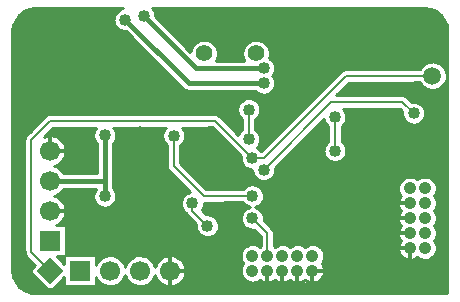
<source format=gbr>
G04 DipTrace Beta 2.9.0.0*
G04 Bottom.gbr*
%MOIN*%
G04 #@! TF.FileFunction,Copper,L2,Bot*
G04 #@! TF.Part,Single*
%AMOUTLINE0*5,1,4,0,0,0.088583,-2E-6.0*%
G04 #@! TA.AperFunction,Conductor,NotC*
%ADD13C,0.015*%
%ADD14C,0.008*%
G04 #@! TA.AperFunction,CopperBalancing*
%ADD15C,0.01*%
%ADD16C,0.012008*%
G04 #@! TA.AperFunction,ComponentPad*
%ADD22C,0.055118*%
%ADD23C,0.042*%
%ADD24R,0.066929X0.066929*%
%ADD25C,0.066929*%
%ADD30C,0.059055*%
G04 #@! TA.AperFunction,ViaPad*
%ADD31C,0.04*%
G04 #@! TA.AperFunction,ComponentPad*
%ADD67OUTLINE0*%
%FSLAX26Y26*%
G04*
G70*
G90*
G75*
G01*
G04 Bottom*
%LPD*%
X350000Y500000D2*
D14*
Y612500D1*
X-416929Y551820D2*
D13*
Y400000D1*
Y348180D1*
X-600000Y400000D2*
X-416929D1*
Y348180D2*
D3*
X112500Y775000D2*
X-112500D1*
X-287500Y950000D1*
X112500Y725000D2*
X-137500D1*
X-350000Y937500D1*
X75000Y475000D2*
D14*
X112500D1*
X387500Y750000D1*
X675000D1*
X75000Y475000D2*
X-50000Y600000D1*
X-600000D1*
X-662500Y537500D1*
Y162500D1*
X-600000Y100000D1*
X112500Y437500D2*
X337500Y662500D1*
X575000D1*
X612500Y625000D1*
X75000Y350000D2*
X-87500D1*
X-187500Y450000D1*
Y550000D1*
X-75000Y250000D2*
X-125000Y300000D1*
Y325000D1*
X75000Y275000D2*
X125000Y225000D1*
Y150000D1*
X62500Y637500D2*
Y537962D1*
D31*
X350000Y500000D3*
Y612500D3*
X-416929Y551820D3*
Y348180D3*
D3*
X112500Y775000D3*
X-287500Y950000D3*
X112500Y725000D3*
X-350000Y937500D3*
X75000Y475000D3*
D3*
X112500Y437500D3*
X612500Y625000D3*
X75000Y350000D3*
X-187500Y550000D3*
X-75000Y250000D3*
X-125000Y325000D3*
X75000Y275000D3*
X62500Y637500D3*
Y537962D3*
X-100000Y537500D3*
X-600000Y662500D3*
X350000Y262500D3*
X-350000Y875000D3*
X-87500Y906251D3*
X150000Y350000D3*
X312533Y800084D3*
X-600000Y925000D3*
X475000Y700000D3*
X675000Y950000D3*
X187500Y625000D3*
X-300000Y562500D3*
Y662500D3*
X-685484Y965131D2*
D15*
X-377641D1*
X-251266D2*
X685484D1*
X-698766Y955262D2*
X-384984D1*
X-248453D2*
X698766D1*
X-707672Y945394D2*
X-388578D1*
X-245328D2*
X707672D1*
X-714547Y935525D2*
X-389359D1*
X-235484D2*
X714547D1*
X-718609Y925656D2*
X-387484D1*
X-225484D2*
X718609D1*
X-721734Y915787D2*
X-382641D1*
X-215641D2*
X721734D1*
X-722984Y905919D2*
X-372797D1*
X-205797D2*
X722984D1*
X-723922Y896050D2*
X-346234D1*
X-195953D2*
X723922D1*
X-723922Y886181D2*
X-336234D1*
X-186109D2*
X723922D1*
X-723922Y876312D2*
X-326391D1*
X-176266D2*
X723922D1*
X-723922Y866444D2*
X-316547D1*
X-166266D2*
X-107016D1*
X-65172D2*
X66266D1*
X107953D2*
X723922D1*
X-723922Y856575D2*
X-306703D1*
X-156422D2*
X-120453D1*
X-51734D2*
X52672D1*
X121547D2*
X723922D1*
X-723922Y846706D2*
X-296859D1*
X-146578D2*
X-127641D1*
X-44547D2*
X45641D1*
X128578D2*
X723922D1*
X-723922Y836837D2*
X-287016D1*
X-136734D2*
X-131604D1*
X-40641D2*
X41734D1*
X132484D2*
X723922D1*
X-723922Y826969D2*
X-277016D1*
X-39234D2*
X40172D1*
X134047D2*
X723922D1*
X-723922Y817100D2*
X-267172D1*
X-39859D2*
X40797D1*
X133422D2*
X723922D1*
X-723922Y807231D2*
X-257328D1*
X-42828D2*
X43766D1*
X134359D2*
X723922D1*
X-723922Y797362D2*
X-247484D1*
X144672D2*
X666734D1*
X683266D2*
X723922D1*
X-723922Y787493D2*
X-237641D1*
X149828D2*
X644234D1*
X705766D2*
X723922D1*
X-723922Y777625D2*
X-227797D1*
X151859D2*
X634859D1*
X715141D2*
X723922D1*
X-723922Y767756D2*
X-217797D1*
X151234D2*
X372828D1*
X-723922Y757887D2*
X-207953D1*
X147797D2*
X362672D1*
X-723922Y748018D2*
X-198109D1*
X144203D2*
X352828D1*
X-723922Y738150D2*
X-188266D1*
X149516D2*
X342984D1*
X-723922Y728281D2*
X-178422D1*
X151703D2*
X333141D1*
X718734D2*
X723886D1*
X-723922Y718412D2*
X-168578D1*
X151391D2*
X323297D1*
X388578D2*
X637984D1*
X712016D2*
X723922D1*
X-723922Y708543D2*
X-158734D1*
X148109D2*
X313453D1*
X378734D2*
X650016D1*
X699984D2*
X723922D1*
X-723922Y698675D2*
X83609D1*
X141391D2*
X303453D1*
X368891D2*
X723922D1*
X-723922Y688806D2*
X98766D1*
X126234D2*
X293609D1*
X359047D2*
X723922D1*
X-723922Y678937D2*
X283766D1*
X591234D2*
X723922D1*
X-723922Y669068D2*
X39703D1*
X85297D2*
X273922D1*
X601078D2*
X723922D1*
X-723922Y659199D2*
X29859D1*
X95141D2*
X264078D1*
X630922D2*
X723922D1*
X-723922Y649331D2*
X25016D1*
X99984D2*
X254234D1*
X643266D2*
X723922D1*
X-723922Y639462D2*
X23141D1*
X101859D2*
X244234D1*
X378266D2*
X565328D1*
X649047D2*
X723922D1*
X-723922Y629593D2*
X23922D1*
X101078D2*
X234391D1*
X385453D2*
X573453D1*
X651547D2*
X723922D1*
X-723922Y619724D2*
X-611547D1*
X-38453D2*
X27516D1*
X97484D2*
X224547D1*
X388734D2*
X573453D1*
X651547D2*
X723922D1*
X-723922Y609856D2*
X-622797D1*
X-27203D2*
X34859D1*
X90141D2*
X214703D1*
X389359D2*
X576266D1*
X648734D2*
X723922D1*
X-723922Y599987D2*
X-632641D1*
X-17359D2*
X39078D1*
X85922D2*
X204859D1*
X307641D2*
X312824D1*
X387328D2*
X582359D1*
X642641D2*
X723922D1*
X-723922Y590118D2*
X-642484D1*
X-7516D2*
X39078D1*
X85922D2*
X195016D1*
X297797D2*
X317828D1*
X382172D2*
X595484D1*
X629516D2*
X723922D1*
X-723922Y580249D2*
X-652484D1*
X2484D2*
X39078D1*
X85922D2*
X185016D1*
X287953D2*
X326578D1*
X373422D2*
X723922D1*
X-723922Y570381D2*
X-662328D1*
X-596891D2*
X-451547D1*
X-382359D2*
X-221078D1*
X-153922D2*
X-53109D1*
X12328D2*
X39078D1*
X85922D2*
X175172D1*
X278109D2*
X326578D1*
X373422D2*
X723922D1*
X-723922Y560512D2*
X-672172D1*
X-606891D2*
X-455297D1*
X-378609D2*
X-225453D1*
X-149547D2*
X-43109D1*
X22172D2*
X30484D1*
X94516D2*
X165328D1*
X268109D2*
X326578D1*
X373422D2*
X723922D1*
X-723922Y550643D2*
X-681703D1*
X-587828D2*
X-456234D1*
X-377516D2*
X-226859D1*
X-148141D2*
X-33266D1*
X99672D2*
X155484D1*
X258266D2*
X326578D1*
X373422D2*
X723922D1*
X-723922Y540774D2*
X-685609D1*
X-566891D2*
X-454672D1*
X-379234D2*
X-225766D1*
X-149234D2*
X-23422D1*
X101859D2*
X145641D1*
X248422D2*
X326578D1*
X373422D2*
X723922D1*
X-723922Y530906D2*
X-685922D1*
X-557359D2*
X-450141D1*
X-383766D2*
X-221859D1*
X-153141D2*
X-13578D1*
X101234D2*
X135797D1*
X238578D2*
X326266D1*
X373734D2*
X723922D1*
X-723922Y521037D2*
X-685922D1*
X-551578D2*
X-443891D1*
X-390016D2*
X-213734D1*
X-161266D2*
X-3734D1*
X97953D2*
X125797D1*
X228734D2*
X316891D1*
X383109D2*
X723922D1*
X-723922Y511168D2*
X-685922D1*
X-548297D2*
X-443891D1*
X-390016D2*
X-210922D1*
X-164078D2*
X6109D1*
X90922D2*
X115953D1*
X218891D2*
X312203D1*
X387797D2*
X723922D1*
X-723922Y501299D2*
X-685922D1*
X-547203D2*
X-443891D1*
X-390016D2*
X-210922D1*
X-164078D2*
X16109D1*
X208891D2*
X310641D1*
X389359D2*
X723922D1*
X-723922Y491430D2*
X-685922D1*
X-547828D2*
X-443891D1*
X-390016D2*
X-210922D1*
X-164078D2*
X25953D1*
X199047D2*
X311578D1*
X388422D2*
X723922D1*
X-723922Y481562D2*
X-685922D1*
X-550484D2*
X-443891D1*
X-390016D2*
X-210922D1*
X-164078D2*
X35797D1*
X189203D2*
X315328D1*
X384672D2*
X723922D1*
X-723922Y471693D2*
X-685922D1*
X-555484D2*
X-443891D1*
X-390016D2*
X-210922D1*
X-164078D2*
X35797D1*
X179359D2*
X323141D1*
X376859D2*
X723922D1*
X-723922Y461824D2*
X-685922D1*
X-563922D2*
X-443891D1*
X-390016D2*
X-210922D1*
X-164078D2*
X37984D1*
X169516D2*
X344859D1*
X355000D2*
X723922D1*
X-723922Y451955D2*
X-685922D1*
X-579547D2*
X-443891D1*
X-390016D2*
X-210922D1*
X-156734D2*
X43297D1*
X159672D2*
X723922D1*
X-723922Y442087D2*
X-685922D1*
X-568766D2*
X-443891D1*
X-390016D2*
X-209516D1*
X-146891D2*
X54234D1*
X151547D2*
X723922D1*
X-723922Y432218D2*
X-685922D1*
X-558297D2*
X-443891D1*
X-390016D2*
X-202328D1*
X-137047D2*
X73453D1*
X151547D2*
X723922D1*
X-723922Y422349D2*
X-685922D1*
X-390016D2*
X-192484D1*
X-127203D2*
X76266D1*
X148734D2*
X723922D1*
X-723922Y412480D2*
X-685922D1*
X-390016D2*
X-182641D1*
X-117359D2*
X82359D1*
X142641D2*
X586891D1*
X613109D2*
X636891D1*
X663109D2*
X723922D1*
X-723922Y402612D2*
X-685922D1*
X-390016D2*
X-172797D1*
X-107516D2*
X95484D1*
X129516D2*
X570953D1*
X679047D2*
X723922D1*
X-723922Y392743D2*
X-685922D1*
X-390016D2*
X-162953D1*
X-97516D2*
X563766D1*
X686234D2*
X723922D1*
X-723922Y382874D2*
X-685922D1*
X-390016D2*
X-153109D1*
X-87672D2*
X54234D1*
X95766D2*
X560328D1*
X689672D2*
X723922D1*
X-723922Y373005D2*
X-685922D1*
X-554703D2*
X-447172D1*
X-386578D2*
X-143109D1*
X-77828D2*
X43297D1*
X106703D2*
X559703D1*
X690297D2*
X723922D1*
X-723922Y363136D2*
X-685922D1*
X-562516D2*
X-453266D1*
X-380641D2*
X-133266D1*
X112016D2*
X561422D1*
X688578D2*
X723922D1*
X-723922Y353268D2*
X-685922D1*
X-576578D2*
X-455922D1*
X-377828D2*
X-152016D1*
X114203D2*
X566109D1*
X683891D2*
X723922D1*
X-723922Y343399D2*
X-685922D1*
X-570641D2*
X-456078D1*
X-377828D2*
X-159672D1*
X113891D2*
X564234D1*
X685766D2*
X723922D1*
X-723922Y333530D2*
X-685922D1*
X-559391D2*
X-453422D1*
X-380484D2*
X-163422D1*
X110609D2*
X560484D1*
X689516D2*
X723922D1*
X-723922Y323661D2*
X-685922D1*
X-552828D2*
X-447484D1*
X-386422D2*
X-164359D1*
X-85641D2*
X46109D1*
X103891D2*
X559703D1*
X690297D2*
X723922D1*
X-723922Y313793D2*
X-685922D1*
X-549078D2*
X-434984D1*
X-398922D2*
X-162797D1*
X-87203D2*
X61266D1*
X88734D2*
X561266D1*
X688734D2*
X723922D1*
X-723922Y303924D2*
X-685922D1*
X-547359D2*
X-158109D1*
X-91891D2*
X48766D1*
X101234D2*
X565797D1*
X684203D2*
X723922D1*
X-723922Y294055D2*
X-685922D1*
X-547516D2*
X-148734D1*
X-86422D2*
X40641D1*
X109359D2*
X564547D1*
X685453D2*
X723922D1*
X-723922Y284186D2*
X-685922D1*
X-549547D2*
X-141859D1*
X-56578D2*
X36734D1*
X113266D2*
X560641D1*
X689359D2*
X723922D1*
X-723922Y274318D2*
X-685922D1*
X-553922D2*
X-132016D1*
X-44234D2*
X35641D1*
X114359D2*
X559547D1*
X690453D2*
X723922D1*
X-723922Y264449D2*
X-685922D1*
X-561266D2*
X-122172D1*
X-38453D2*
X37047D1*
X118266D2*
X561109D1*
X688891D2*
X723922D1*
X-723922Y254580D2*
X-685922D1*
X-573922D2*
X-114047D1*
X-35953D2*
X41422D1*
X128109D2*
X565328D1*
X684672D2*
X723922D1*
X-723922Y244711D2*
X-685922D1*
X-547203D2*
X-114047D1*
X-35953D2*
X50484D1*
X137953D2*
X564859D1*
X685141D2*
X723922D1*
X-723922Y234843D2*
X-685922D1*
X-547203D2*
X-111234D1*
X-38766D2*
X82516D1*
X146078D2*
X560797D1*
X689203D2*
X723922D1*
X-723922Y224974D2*
X-685922D1*
X-547203D2*
X-105141D1*
X-44859D2*
X92359D1*
X148422D2*
X559547D1*
X690453D2*
X723922D1*
X-723922Y215105D2*
X-685922D1*
X-547203D2*
X-92016D1*
X-57984D2*
X101578D1*
X148422D2*
X560797D1*
X689203D2*
X723922D1*
X-723922Y205236D2*
X-685922D1*
X-547203D2*
X101578D1*
X148422D2*
X564859D1*
X685141D2*
X723922D1*
X-723922Y195367D2*
X-685922D1*
X-547203D2*
X101578D1*
X148422D2*
X565328D1*
X684672D2*
X723922D1*
X-723922Y185499D2*
X-685922D1*
X-547203D2*
X56891D1*
X93109D2*
X101578D1*
X148422D2*
X156891D1*
X193109D2*
X206891D1*
X243109D2*
X256891D1*
X293109D2*
X561109D1*
X688891D2*
X723922D1*
X-723922Y175630D2*
X-685922D1*
X-547203D2*
X44078D1*
X305922D2*
X559547D1*
X690453D2*
X723922D1*
X-723922Y165761D2*
X-685922D1*
X-547203D2*
X37828D1*
X312172D2*
X560641D1*
X689359D2*
X723922D1*
X-723922Y155892D2*
X-684828D1*
X-547203D2*
X35016D1*
X314984D2*
X564547D1*
X685453D2*
X723922D1*
X-723922Y146024D2*
X-678734D1*
X-574703D2*
X-552797D1*
X-447203D2*
X-424828D1*
X-375172D2*
X-324828D1*
X-275172D2*
X-224828D1*
X-175172D2*
X34859D1*
X315141D2*
X572359D1*
X677641D2*
X723922D1*
X-723922Y136155D2*
X-668891D1*
X-564859D2*
X-552797D1*
X-447203D2*
X-438109D1*
X-361891D2*
X-338109D1*
X-261891D2*
X-238109D1*
X-161891D2*
X37047D1*
X312953D2*
X592516D1*
X607484D2*
X642516D1*
X657484D2*
X723922D1*
X-723922Y126286D2*
X-658891D1*
X-354234D2*
X-345766D1*
X-254234D2*
X-245766D1*
X-154234D2*
X42516D1*
X307484D2*
X723922D1*
X-723922Y116417D2*
X-654828D1*
X-149859D2*
X38141D1*
X311859D2*
X723922D1*
X-723922Y106549D2*
X-662484D1*
X-147516D2*
X35172D1*
X314828D2*
X723922D1*
X-723297Y96680D2*
X-663422D1*
X-147203D2*
X34703D1*
X315297D2*
X723922D1*
X-722047Y86811D2*
X-658109D1*
X-148922D2*
X36891D1*
X313109D2*
X723922D1*
X-719703Y76942D2*
X-648266D1*
X-352516D2*
X-347464D1*
X-252516D2*
X-247464D1*
X-152516D2*
X42047D1*
X307953D2*
X723922D1*
X-715641Y67073D2*
X-638422D1*
X-561578D2*
X-552797D1*
X-447203D2*
X-441128D1*
X-358922D2*
X-341078D1*
X-258922D2*
X-241078D1*
X-158922D2*
X52359D1*
X297641D2*
X723922D1*
X-709547Y57205D2*
X-628578D1*
X-571422D2*
X-552797D1*
X-447203D2*
X-430297D1*
X-369703D2*
X-330297D1*
X-269703D2*
X-230297D1*
X-169703D2*
X723922D1*
X-702047Y47336D2*
X-618578D1*
X-581422D2*
X723922D1*
X-689234Y37467D2*
X-603422D1*
X-596667D2*
X723922D1*
X-667047Y27598D2*
X723922D1*
X132786Y820030D2*
X131974Y815098D1*
X130108Y808980D1*
X135033Y806084D1*
X138879Y802894D1*
X142278Y799232D1*
X145173Y795160D1*
X147514Y790746D1*
X149263Y786066D1*
X150389Y781198D1*
X150892Y775000D1*
X150567Y770014D1*
X149597Y765113D1*
X147999Y760379D1*
X145799Y755892D1*
X141498Y749963D1*
X145173Y745160D1*
X147514Y740746D1*
X149263Y736066D1*
X150389Y731198D1*
X150892Y725000D1*
X150567Y720014D1*
X149597Y715113D1*
X147999Y710379D1*
X145799Y705892D1*
X143036Y701730D1*
X139755Y697961D1*
X136013Y694651D1*
X131873Y691854D1*
X127404Y689619D1*
X122683Y687983D1*
X117789Y686974D1*
X112806Y686609D1*
X107818Y686894D1*
X102909Y687825D1*
X98162Y689386D1*
X93659Y691549D1*
X89474Y694279D1*
X84322Y699039D1*
X-87500Y699108D1*
X-137500D1*
X-142469Y699589D1*
X-147253Y701015D1*
X-151675Y703332D1*
X-155809Y706691D1*
X-348164Y899047D1*
X-354682Y899394D1*
X-359591Y900325D1*
X-364338Y901886D1*
X-368841Y904049D1*
X-373026Y906779D1*
X-376821Y910030D1*
X-380161Y913746D1*
X-382990Y917864D1*
X-385261Y922314D1*
X-386935Y927022D1*
X-387983Y931908D1*
X-388387Y936888D1*
X-388142Y941878D1*
X-387250Y946794D1*
X-385728Y951553D1*
X-383600Y956074D1*
X-380903Y960280D1*
X-377683Y964101D1*
X-373994Y967471D1*
X-369899Y970333D1*
X-365466Y972639D1*
X-357876Y974995D1*
X-648317Y975000D1*
X-669406Y972230D1*
X-687395Y964764D1*
X-702884Y952879D1*
X-714766Y937390D1*
X-722238Y919353D1*
X-724997Y898371D1*
X-725000Y101682D1*
X-722230Y80594D1*
X-714764Y62605D1*
X-702879Y47117D1*
X-687390Y35232D1*
X-669353Y27762D1*
X-648372Y25001D1*
X724903Y25000D1*
X725000Y120000D1*
Y898343D1*
X722230Y919406D1*
X714765Y937395D1*
X702880Y952882D1*
X687391Y964767D1*
X669354Y972236D1*
X648373Y974997D1*
X-258341Y975000D1*
X-254827Y970160D1*
X-252486Y965746D1*
X-250737Y961066D1*
X-249611Y956198D1*
X-249108Y950000D1*
X-249220Y948286D1*
X-131637Y830754D1*
X-130847Y835565D1*
X-129437Y840360D1*
X-127515Y844973D1*
X-125104Y849350D1*
X-122231Y853439D1*
X-118931Y857192D1*
X-115243Y860565D1*
X-111211Y863517D1*
X-106882Y866014D1*
X-102307Y868026D1*
X-97541Y869529D1*
X-92640Y870506D1*
X-87662Y870945D1*
X-82665Y870841D1*
X-77710Y870194D1*
X-72854Y869014D1*
X-68154Y867312D1*
X-63668Y865111D1*
X-59447Y862436D1*
X-55541Y859317D1*
X-51998Y855794D1*
X-48858Y851906D1*
X-46158Y847700D1*
X-43931Y843226D1*
X-42204Y838537D1*
X-40996Y833687D1*
X-40171Y825020D1*
X-40443Y820030D1*
X-41255Y815098D1*
X-42597Y810285D1*
X-44455Y805645D1*
X-47069Y800848D1*
X47969Y800892D1*
X45173Y806227D1*
X43381Y810892D1*
X42105Y815724D1*
X41362Y820666D1*
X41160Y825660D1*
X41501Y830646D1*
X42381Y835565D1*
X43791Y840360D1*
X45713Y844973D1*
X48125Y849350D1*
X50998Y853439D1*
X54297Y857192D1*
X57985Y860565D1*
X62018Y863517D1*
X66347Y866014D1*
X70921Y868026D1*
X75687Y869529D1*
X80589Y870506D1*
X85567Y870945D1*
X90563Y870841D1*
X95519Y870194D1*
X100375Y869014D1*
X105074Y867312D1*
X109560Y865111D1*
X113781Y862436D1*
X117687Y859317D1*
X121231Y855794D1*
X124371Y851906D1*
X127070Y847700D1*
X129297Y843226D1*
X131024Y838537D1*
X132233Y833687D1*
X133057Y825020D1*
X132786Y820030D1*
X569583Y350082D2*
X567555Y352660D1*
X564988Y356946D1*
X562985Y361524D1*
X561577Y366318D1*
X560787Y371252D1*
X560628Y376246D1*
X561102Y381220D1*
X562202Y386094D1*
X563911Y390789D1*
X566200Y395231D1*
X569033Y399347D1*
X572364Y403071D1*
X576140Y406344D1*
X580299Y409112D1*
X584776Y411331D1*
X589498Y412966D1*
X594388Y413990D1*
X599369Y414387D1*
X604360Y414150D1*
X609281Y413283D1*
X614052Y411800D1*
X618598Y409725D1*
X624905Y405418D1*
X630299Y409112D1*
X634776Y411331D1*
X639498Y412966D1*
X644388Y413990D1*
X649369Y414387D1*
X654360Y414150D1*
X659281Y413283D1*
X664052Y411800D1*
X668598Y409725D1*
X672844Y407092D1*
X676723Y403942D1*
X680172Y400326D1*
X683135Y396303D1*
X685565Y391937D1*
X687423Y387299D1*
X688679Y382463D1*
X689392Y375000D1*
X689075Y370013D1*
X688130Y365107D1*
X686571Y360360D1*
X684423Y355848D1*
X680417Y350090D1*
X683135Y346303D1*
X685565Y341937D1*
X687423Y337299D1*
X688679Y332463D1*
X689392Y325000D1*
X689075Y320013D1*
X688130Y315107D1*
X686571Y310360D1*
X684423Y305848D1*
X680417Y300090D1*
X683135Y296303D1*
X685565Y291937D1*
X687423Y287299D1*
X688679Y282463D1*
X689392Y275000D1*
X689075Y270013D1*
X688130Y265107D1*
X686571Y260360D1*
X684423Y255848D1*
X680417Y250090D1*
X683135Y246303D1*
X685565Y241937D1*
X687423Y237299D1*
X688679Y232463D1*
X689392Y225000D1*
X689075Y220013D1*
X688130Y215107D1*
X686571Y210360D1*
X684423Y205848D1*
X680417Y200090D1*
X683135Y196303D1*
X685565Y191937D1*
X687423Y187299D1*
X688679Y182463D1*
X689392Y175000D1*
X689075Y170013D1*
X688130Y165107D1*
X686571Y160360D1*
X684423Y155848D1*
X681722Y151645D1*
X678510Y147817D1*
X674840Y144427D1*
X670770Y141528D1*
X666365Y139168D1*
X661698Y137385D1*
X656842Y136207D1*
X651876Y135653D1*
X646880Y135732D1*
X641934Y136442D1*
X637118Y137774D1*
X632510Y139704D1*
X628182Y142202D1*
X624840Y144427D1*
X619913Y141012D1*
X614526Y138384D1*
X608802Y136604D1*
X602874Y135713D1*
X596880Y135732D1*
X590958Y136660D1*
X585246Y138475D1*
X579875Y141137D1*
X574970Y144582D1*
X570645Y148732D1*
X566999Y153490D1*
X564117Y158747D1*
X562067Y164379D1*
X560894Y170258D1*
X560628Y176246D1*
X561272Y182205D1*
X562814Y187998D1*
X565217Y193489D1*
X568425Y198553D1*
X569563Y200003D1*
X565950Y205193D1*
X563339Y210589D1*
X561577Y216318D1*
X560704Y222248D1*
X560742Y228242D1*
X561688Y234161D1*
X563522Y239868D1*
X566200Y245231D1*
X569563Y250003D1*
X565950Y255193D1*
X563339Y260589D1*
X561577Y266318D1*
X560704Y272248D1*
X560742Y278242D1*
X561688Y284161D1*
X563522Y289868D1*
X566200Y295231D1*
X569563Y300003D1*
X565950Y305193D1*
X563339Y310589D1*
X561577Y316318D1*
X560704Y322248D1*
X560742Y328242D1*
X561688Y334161D1*
X563522Y339868D1*
X566200Y345231D1*
X569563Y350003D1*
X99954Y69533D2*
X95770Y66528D1*
X91365Y64168D1*
X86698Y62385D1*
X81842Y61207D1*
X76876Y60653D1*
X71880Y60732D1*
X66934Y61442D1*
X62118Y62774D1*
X57510Y64704D1*
X53182Y67202D1*
X49206Y70228D1*
X45645Y73732D1*
X42555Y77660D1*
X39988Y81946D1*
X37985Y86524D1*
X36577Y91318D1*
X35787Y96252D1*
X35628Y101246D1*
X36102Y106220D1*
X37202Y111094D1*
X38911Y115789D1*
X41200Y120231D1*
X44553Y124929D1*
X39988Y131946D1*
X37985Y136524D1*
X36577Y141318D1*
X35787Y146252D1*
X35628Y151246D1*
X36102Y156220D1*
X37202Y161094D1*
X38911Y165789D1*
X41200Y170231D1*
X44033Y174347D1*
X47364Y178071D1*
X51140Y181344D1*
X55299Y184112D1*
X59776Y186331D1*
X64498Y187966D1*
X69388Y188990D1*
X74369Y189387D1*
X79360Y189150D1*
X84281Y188283D1*
X89052Y186800D1*
X93598Y184725D1*
X99905Y180418D1*
X102570Y182295D1*
X102608Y215781D1*
X81213Y237119D1*
X75306Y236609D1*
X70318Y236894D1*
X65409Y237825D1*
X60662Y239386D1*
X56159Y241549D1*
X51974Y244279D1*
X48179Y247530D1*
X44839Y251246D1*
X42010Y255364D1*
X39739Y259814D1*
X38065Y264522D1*
X37017Y269408D1*
X36613Y274388D1*
X36858Y279378D1*
X37750Y284294D1*
X39272Y289053D1*
X41400Y293574D1*
X44097Y297780D1*
X47317Y301601D1*
X51006Y304971D1*
X55101Y307833D1*
X59534Y310139D1*
X66819Y312427D1*
X60662Y314386D1*
X56159Y316549D1*
X51974Y319279D1*
X48179Y322530D1*
X43866Y327661D1*
X-86641Y327608D1*
X-86933Y320014D1*
X-87903Y315113D1*
X-89501Y310379D1*
X-91701Y305892D1*
X-94772Y301376D1*
X-81213Y287881D1*
X-75919Y288381D1*
X-70926Y288175D1*
X-66003Y287323D1*
X-61232Y285839D1*
X-56695Y283747D1*
X-52467Y281084D1*
X-48621Y277894D1*
X-45222Y274232D1*
X-42327Y270160D1*
X-39986Y265746D1*
X-38237Y261066D1*
X-37111Y256198D1*
X-36608Y250000D1*
X-36933Y245014D1*
X-37903Y240113D1*
X-39501Y235379D1*
X-41701Y230892D1*
X-44464Y226730D1*
X-47745Y222961D1*
X-51487Y219651D1*
X-55627Y216854D1*
X-60096Y214619D1*
X-64817Y212983D1*
X-69711Y211974D1*
X-74694Y211609D1*
X-79682Y211894D1*
X-84591Y212825D1*
X-89338Y214386D1*
X-93841Y216549D1*
X-98026Y219279D1*
X-101821Y222530D1*
X-105161Y226246D1*
X-107990Y230364D1*
X-110261Y234814D1*
X-111935Y239522D1*
X-112983Y244408D1*
X-113387Y249388D1*
X-112835Y256068D1*
X-140834Y284166D1*
X-143947Y288066D1*
X-146154Y292709D1*
X-151821Y297530D1*
X-155161Y301246D1*
X-157990Y305364D1*
X-160261Y309814D1*
X-161935Y314522D1*
X-162983Y319408D1*
X-163387Y324388D1*
X-163142Y329378D1*
X-162250Y334294D1*
X-160728Y339053D1*
X-158600Y343574D1*
X-155903Y347780D1*
X-152683Y351601D1*
X-148994Y354971D1*
X-144899Y357833D1*
X-140466Y360139D1*
X-135772Y361850D1*
X-131962Y362699D1*
X-203334Y434166D1*
X-206447Y438066D1*
X-208619Y442558D1*
X-209744Y447575D1*
X-209892Y465000D1*
Y518906D1*
X-214321Y522530D1*
X-217661Y526246D1*
X-220490Y530364D1*
X-222761Y534814D1*
X-224435Y539522D1*
X-225483Y544408D1*
X-225887Y549388D1*
X-225642Y554378D1*
X-224750Y559294D1*
X-223228Y564053D1*
X-221100Y568574D1*
X-218403Y572780D1*
X-214146Y577548D1*
X-388594Y577608D1*
X-384256Y571980D1*
X-381915Y567566D1*
X-380166Y562886D1*
X-379041Y558018D1*
X-378537Y551820D1*
X-378862Y546834D1*
X-379832Y541933D1*
X-381430Y537199D1*
X-383630Y532713D1*
X-386393Y528550D1*
X-390960Y523643D1*
X-391037Y411820D1*
Y376406D1*
X-387151Y372412D1*
X-384256Y368340D1*
X-381915Y363926D1*
X-380166Y359245D1*
X-379041Y354377D1*
X-378537Y348180D1*
X-378862Y343194D1*
X-379832Y338292D1*
X-381430Y333559D1*
X-383630Y329072D1*
X-386393Y324909D1*
X-389674Y321141D1*
X-393416Y317830D1*
X-397557Y315034D1*
X-402025Y312799D1*
X-406746Y311163D1*
X-411640Y310154D1*
X-416623Y309789D1*
X-421611Y310074D1*
X-426520Y311005D1*
X-431267Y312565D1*
X-435771Y314729D1*
X-439955Y317459D1*
X-443750Y320710D1*
X-447090Y324425D1*
X-449920Y328543D1*
X-452190Y332994D1*
X-453864Y337702D1*
X-454912Y342587D1*
X-455316Y347567D1*
X-455071Y352558D1*
X-454179Y357474D1*
X-452657Y362233D1*
X-450529Y366754D1*
X-447832Y370960D1*
X-445115Y374184D1*
X-555210Y374108D1*
X-559513Y367597D1*
X-566473Y360439D1*
X-574677Y354747D1*
X-583819Y350733D1*
X-586378Y350027D1*
X-579909Y347807D1*
X-573658Y344668D1*
X-567886Y340716D1*
X-562699Y336024D1*
X-558190Y330677D1*
X-554442Y324771D1*
X-551523Y318414D1*
X-549486Y311723D1*
X-548368Y304818D1*
X-548182Y298000D1*
X-548922Y291045D1*
X-550592Y284253D1*
X-553161Y277747D1*
X-556582Y271646D1*
X-560793Y266060D1*
X-565717Y261093D1*
X-571265Y256833D1*
X-577335Y253358D1*
X-580736Y251856D1*
X-548143Y251857D1*
Y152013D1*
X-531857Y151857D1*
X-448143D1*
Y119200D1*
X-444942Y125872D1*
X-439150Y134006D1*
X-431907Y140878D1*
X-423482Y146235D1*
X-414186Y149879D1*
X-404364Y151673D1*
X-394380Y151551D1*
X-384605Y149519D1*
X-375400Y145650D1*
X-367107Y140090D1*
X-360034Y133043D1*
X-354442Y124771D1*
X-350539Y115581D1*
X-350023Y113617D1*
X-347224Y121426D1*
X-342242Y130079D1*
X-335695Y137617D1*
X-327824Y143760D1*
X-318922Y148281D1*
X-309318Y151013D1*
X-299369Y151853D1*
X-289443Y150771D1*
X-279909Y147807D1*
X-271119Y143070D1*
X-263400Y136737D1*
X-257038Y129042D1*
X-252269Y120270D1*
X-250023Y113617D1*
X-248015Y119589D1*
X-244942Y125872D1*
X-241051Y131685D1*
X-236413Y136921D1*
X-231113Y141486D1*
X-225247Y145296D1*
X-218922Y148281D1*
X-212252Y150389D1*
X-205359Y151579D1*
X-198369Y151831D1*
X-191409Y151140D1*
X-184605Y149519D1*
X-178080Y146996D1*
X-171955Y143619D1*
X-166340Y139448D1*
X-161338Y134559D1*
X-157038Y129042D1*
X-153521Y122996D1*
X-150849Y116532D1*
X-149071Y109767D1*
X-148220Y102824D1*
X-148298Y96004D1*
X-149306Y89082D1*
X-151236Y82359D1*
X-154054Y75957D1*
X-157707Y69993D1*
X-162130Y64574D1*
X-167242Y59800D1*
X-172951Y55757D1*
X-179151Y52519D1*
X-185730Y50145D1*
X-192569Y48678D1*
X-199544Y48145D1*
X-206526Y48556D1*
X-213390Y49902D1*
X-220011Y52160D1*
X-226267Y55288D1*
X-232045Y59230D1*
X-237240Y63913D1*
X-241758Y69253D1*
X-245516Y75152D1*
X-248446Y81504D1*
X-249993Y86224D1*
X-251953Y80492D1*
X-256582Y71646D1*
X-262821Y63850D1*
X-270438Y57395D1*
X-279151Y52519D1*
X-288637Y49404D1*
X-298544Y48164D1*
X-308505Y48846D1*
X-318151Y51424D1*
X-327124Y55803D1*
X-335092Y61820D1*
X-341758Y69253D1*
X-346877Y77826D1*
X-349937Y86175D1*
X-351953Y80492D1*
X-356582Y71646D1*
X-362821Y63850D1*
X-370438Y57395D1*
X-379151Y52519D1*
X-388637Y49404D1*
X-398544Y48164D1*
X-408505Y48846D1*
X-418151Y51424D1*
X-427124Y55803D1*
X-435092Y61820D1*
X-441758Y69253D1*
X-446877Y77826D1*
X-448135Y80855D1*
X-448143Y48143D1*
X-551857D1*
Y77987D1*
X-586995Y42703D1*
X-590965Y39689D1*
X-595598Y37851D1*
X-600555Y37325D1*
X-605471Y38149D1*
X-610898Y40893D1*
X-620076Y49775D1*
X-657297Y86995D1*
X-660311Y90965D1*
X-662149Y95598D1*
X-662675Y100555D1*
X-661851Y105471D1*
X-659107Y110898D1*
X-650999Y119303D1*
X-678334Y146666D1*
X-681447Y150566D1*
X-683619Y155058D1*
X-684744Y160075D1*
X-684892Y177500D1*
Y537500D1*
X-684336Y542459D1*
X-682696Y547171D1*
X-679943Y551514D1*
X-667727Y563940D1*
X-615834Y615834D1*
X-611934Y618947D1*
X-607442Y621119D1*
X-602425Y622244D1*
X-585000Y622392D1*
X-50000D1*
X-45041Y621836D1*
X-40329Y620196D1*
X-35986Y617443D1*
X-23560Y605227D1*
X27595Y554072D1*
X31597Y560742D1*
X34817Y564563D1*
X40170Y569095D1*
X40108Y606243D1*
X35679Y610030D1*
X32339Y613746D1*
X29510Y617864D1*
X27239Y622314D1*
X25565Y627022D1*
X24517Y631908D1*
X24113Y636888D1*
X24358Y641878D1*
X25250Y646794D1*
X26772Y651553D1*
X28900Y656074D1*
X31597Y660280D1*
X34817Y664101D1*
X38506Y667471D1*
X42601Y670333D1*
X47034Y672639D1*
X51728Y674350D1*
X56605Y675437D1*
X61581Y675881D1*
X66574Y675675D1*
X71497Y674823D1*
X76268Y673339D1*
X80805Y671247D1*
X85033Y668584D1*
X88879Y665394D1*
X92278Y661732D1*
X95173Y657660D1*
X97514Y653246D1*
X99263Y648566D1*
X100389Y643698D1*
X100892Y637500D1*
X100567Y632514D1*
X99597Y627613D1*
X97999Y622879D1*
X95799Y618392D1*
X93036Y614230D1*
X89755Y610461D1*
X84849Y606364D1*
X85033Y569046D1*
X88879Y565856D1*
X92278Y562194D1*
X95173Y558122D1*
X97514Y553708D1*
X99263Y549028D1*
X100389Y544160D1*
X100892Y537962D1*
X100567Y532976D1*
X99597Y528075D1*
X97999Y523341D1*
X95799Y518854D1*
X93036Y514692D1*
X89405Y510613D1*
X93305Y508747D1*
X97533Y506084D1*
X101379Y502894D1*
X104869Y499105D1*
X371666Y765834D1*
X375566Y768947D1*
X380058Y771119D1*
X385075Y772243D1*
X402500Y772392D1*
X632656D1*
X635852Y777636D1*
X638943Y781563D1*
X642427Y785146D1*
X646264Y788348D1*
X650415Y791132D1*
X654832Y793469D1*
X659469Y795333D1*
X664275Y796704D1*
X669198Y797567D1*
X674184Y797913D1*
X679178Y797737D1*
X684128Y797042D1*
X688978Y795836D1*
X693675Y794131D1*
X698170Y791946D1*
X702413Y789304D1*
X706357Y786235D1*
X709961Y782772D1*
X713184Y778953D1*
X715992Y774819D1*
X718354Y770414D1*
X720244Y765788D1*
X721643Y760990D1*
X722533Y756072D1*
X722920Y750000D1*
X722659Y745009D1*
X721880Y740072D1*
X720591Y735244D1*
X718806Y730576D1*
X716545Y726119D1*
X713832Y721922D1*
X710696Y718030D1*
X707172Y714486D1*
X703298Y711328D1*
X699117Y708591D1*
X694673Y706305D1*
X690015Y704493D1*
X685194Y703177D1*
X680261Y702370D1*
X675272Y702081D1*
X670280Y702313D1*
X665339Y703064D1*
X660503Y704326D1*
X655825Y706084D1*
X651355Y708320D1*
X647143Y711010D1*
X643233Y714123D1*
X639669Y717627D1*
X636490Y721483D1*
X632645Y727726D1*
X595000Y727608D1*
X396719D1*
X354168Y685000D1*
X407500Y684892D1*
X575000D1*
X579959Y684336D1*
X584671Y682696D1*
X589014Y679943D1*
X601440Y667727D1*
X606191Y662976D1*
X611581Y663381D1*
X616574Y663175D1*
X621497Y662323D1*
X626268Y660839D1*
X630805Y658747D1*
X635033Y656084D1*
X638879Y652894D1*
X642278Y649232D1*
X645173Y645160D1*
X647514Y640746D1*
X649263Y636066D1*
X650389Y631198D1*
X650892Y625000D1*
X650567Y620014D1*
X649597Y615113D1*
X647999Y610379D1*
X645799Y605892D1*
X643036Y601730D1*
X639755Y597961D1*
X636013Y594651D1*
X631873Y591854D1*
X627404Y589619D1*
X622683Y587983D1*
X617789Y586974D1*
X612806Y586609D1*
X607818Y586894D1*
X602909Y587825D1*
X598162Y589386D1*
X593659Y591549D1*
X589474Y594279D1*
X585679Y597530D1*
X582339Y601246D1*
X579510Y605364D1*
X577239Y609814D1*
X575565Y614522D1*
X574517Y619408D1*
X574113Y624388D1*
X574665Y631068D1*
X565620Y640213D1*
X535000Y640108D1*
X376719D1*
X379778Y636732D1*
X382673Y632660D1*
X385014Y628246D1*
X386763Y623566D1*
X387889Y618698D1*
X388392Y612500D1*
X388067Y607514D1*
X387097Y602613D1*
X385499Y597879D1*
X383299Y593392D1*
X380536Y589230D1*
X377255Y585461D1*
X372349Y581364D1*
X372533Y531084D1*
X376379Y527894D1*
X379778Y524232D1*
X382673Y520160D1*
X385014Y515746D1*
X386763Y511066D1*
X387889Y506198D1*
X388392Y500000D1*
X388067Y495014D1*
X387097Y490113D1*
X385499Y485379D1*
X383299Y480892D1*
X380536Y476730D1*
X377255Y472961D1*
X373513Y469651D1*
X369373Y466854D1*
X364904Y464619D1*
X360183Y462983D1*
X355289Y461974D1*
X350306Y461609D1*
X345318Y461894D1*
X340409Y462825D1*
X335662Y464386D1*
X331159Y466549D1*
X326974Y469279D1*
X323179Y472530D1*
X319839Y476246D1*
X317010Y480364D1*
X314739Y484814D1*
X313065Y489522D1*
X312017Y494408D1*
X311613Y499388D1*
X311858Y504378D1*
X312750Y509294D1*
X314272Y514053D1*
X316400Y518574D1*
X319097Y522780D1*
X322317Y526601D1*
X327670Y531133D1*
X327608Y581406D1*
X323179Y585030D1*
X319839Y588746D1*
X317010Y592864D1*
X314739Y597314D1*
X313065Y602022D1*
X312312Y605534D1*
X236661Y529994D1*
X150389Y443698D1*
X150892Y437500D1*
X150567Y432514D1*
X149597Y427613D1*
X147999Y422879D1*
X145799Y418392D1*
X143036Y414230D1*
X139755Y410461D1*
X136013Y407151D1*
X131873Y404354D1*
X127404Y402119D1*
X122683Y400483D1*
X117789Y399474D1*
X112806Y399109D1*
X107818Y399394D1*
X102909Y400325D1*
X98162Y401886D1*
X93659Y404049D1*
X89474Y406779D1*
X85679Y410030D1*
X82339Y413746D1*
X79510Y417864D1*
X77239Y422314D1*
X75565Y427022D1*
X74517Y431908D1*
X74125Y436732D1*
X70318Y436894D1*
X65409Y437825D1*
X60662Y439386D1*
X56159Y441549D1*
X51974Y444279D1*
X48179Y447530D1*
X44839Y451246D1*
X42010Y455364D1*
X39739Y459814D1*
X38065Y464522D1*
X37017Y469408D1*
X36613Y474388D1*
X37165Y481068D1*
X-59385Y577717D1*
X-90000Y577608D1*
X-160781D1*
X-157722Y574232D1*
X-154827Y570160D1*
X-152486Y565746D1*
X-150737Y561066D1*
X-149611Y556198D1*
X-149108Y550000D1*
X-149433Y545014D1*
X-150403Y540113D1*
X-152001Y535379D1*
X-154201Y530892D1*
X-156964Y526730D1*
X-160245Y522961D1*
X-165151Y518864D1*
X-165108Y459219D1*
X-78306Y372473D1*
X-7500Y372392D1*
X43906D1*
X47317Y376601D1*
X51006Y379971D1*
X55101Y382833D1*
X59534Y385139D1*
X64228Y386850D1*
X69105Y387937D1*
X74081Y388381D1*
X79074Y388175D1*
X83997Y387323D1*
X88768Y385839D1*
X93305Y383747D1*
X97533Y381084D1*
X101379Y377894D1*
X104778Y374232D1*
X107673Y370160D1*
X110014Y365746D1*
X111763Y361066D1*
X112889Y356198D1*
X113392Y350000D1*
X113067Y345014D1*
X112097Y340113D1*
X110499Y335379D1*
X108299Y330892D1*
X105536Y326730D1*
X102255Y322961D1*
X98513Y319651D1*
X94373Y316854D1*
X89904Y314619D1*
X82889Y312510D1*
X88768Y310839D1*
X93305Y308747D1*
X97533Y306084D1*
X101379Y302894D1*
X104778Y299232D1*
X107673Y295160D1*
X110014Y290746D1*
X111763Y286066D1*
X112889Y281198D1*
X113392Y275000D1*
X112855Y268942D1*
X140834Y240834D1*
X143947Y236934D1*
X146119Y232443D1*
X147244Y227425D1*
X147392Y210000D1*
Y182344D1*
X149905Y180418D1*
X155299Y184112D1*
X159776Y186331D1*
X164498Y187966D1*
X169388Y188990D1*
X174369Y189387D1*
X179360Y189150D1*
X184281Y188283D1*
X189052Y186800D1*
X193598Y184725D1*
X199905Y180418D1*
X205299Y184112D1*
X209776Y186331D1*
X214498Y187966D1*
X219388Y188990D1*
X224369Y189387D1*
X229360Y189150D1*
X234281Y188283D1*
X239052Y186800D1*
X243598Y184725D1*
X249905Y180418D1*
X255299Y184112D1*
X259776Y186331D1*
X264498Y187966D1*
X269388Y188990D1*
X274369Y189387D1*
X279360Y189150D1*
X284281Y188283D1*
X289052Y186800D1*
X293598Y184725D1*
X297844Y182092D1*
X301723Y178942D1*
X305172Y175326D1*
X308135Y171303D1*
X310565Y166937D1*
X312423Y162299D1*
X313679Y157463D1*
X314392Y150000D1*
X314075Y145013D1*
X313130Y140107D1*
X311571Y135360D1*
X309423Y130848D1*
X305417Y125090D1*
X309173Y119594D1*
X311751Y114182D1*
X313477Y108442D1*
X314312Y102506D1*
X314189Y96007D1*
X313130Y90107D1*
X311187Y84436D1*
X308407Y79126D1*
X304853Y74299D1*
X300608Y70067D1*
X295770Y66528D1*
X290451Y63764D1*
X284774Y61840D1*
X278871Y60799D1*
X272878Y60665D1*
X266934Y61442D1*
X261178Y63113D1*
X255741Y65637D1*
X250750Y68957D1*
X249840Y69427D1*
X244913Y66012D1*
X239526Y63384D1*
X233802Y61604D1*
X227874Y60713D1*
X221880Y60732D1*
X215958Y61660D1*
X210246Y63475D1*
X204875Y66137D1*
X199994Y69563D1*
X194913Y66012D1*
X189526Y63384D1*
X183802Y61604D1*
X177874Y60713D1*
X171880Y60732D1*
X165958Y61660D1*
X160246Y63475D1*
X154875Y66137D1*
X149994Y69563D1*
X144913Y66012D1*
X139526Y63384D1*
X133802Y61604D1*
X127874Y60713D1*
X121880Y60732D1*
X115958Y61660D1*
X110246Y63475D1*
X104875Y66137D1*
X99994Y69563D1*
X-551857Y122050D2*
Y147987D1*
X-568143Y148143D1*
X-577987D1*
X-551750Y122052D1*
X-586268Y449949D2*
X-579909Y447807D1*
X-571119Y443070D1*
X-563400Y436737D1*
X-557038Y429042D1*
X-555000Y425892D1*
X-442969D1*
X-442821Y460000D1*
Y523594D1*
X-447090Y528066D1*
X-449920Y532184D1*
X-452190Y536635D1*
X-453864Y541342D1*
X-454912Y546228D1*
X-455316Y551208D1*
X-455071Y556198D1*
X-454179Y561115D1*
X-452657Y565873D1*
X-450529Y570394D1*
X-447832Y574600D1*
X-445317Y577585D1*
X-590781Y577608D1*
X-620769Y547516D1*
X-614186Y549879D1*
X-607344Y551334D1*
X-600369Y551855D1*
X-593387Y551433D1*
X-586525Y550075D1*
X-579909Y547807D1*
X-573658Y544668D1*
X-567886Y540716D1*
X-562699Y536024D1*
X-558190Y530677D1*
X-554442Y524771D1*
X-551523Y518414D1*
X-549486Y511723D1*
X-548368Y504818D1*
X-548182Y498000D1*
X-548922Y491045D1*
X-550592Y484253D1*
X-553161Y477747D1*
X-556582Y471646D1*
X-560793Y466060D1*
X-565717Y461093D1*
X-571265Y456833D1*
X-577335Y453358D1*
X-583819Y450733D1*
X-586242Y450004D1*
X-391151Y376573D2*
X-387151Y372412D1*
X-384256Y368340D1*
X-381915Y363926D1*
X-380166Y359245D1*
X-379041Y354377D1*
X-378537Y348180D1*
X-378862Y343194D1*
X-379832Y338292D1*
X-381430Y333559D1*
X-383630Y329072D1*
X-386393Y324909D1*
X-389674Y321141D1*
X-393416Y317830D1*
X-397557Y315034D1*
X-402025Y312799D1*
X-406746Y311163D1*
X-411640Y310154D1*
X-416623Y309789D1*
X-421611Y310074D1*
X-426520Y311005D1*
X-431267Y312565D1*
X-435771Y314729D1*
X-439955Y317459D1*
X-443750Y320710D1*
X-447090Y324425D1*
X-449920Y328543D1*
X-452190Y332994D1*
X-453864Y337702D1*
X-454912Y342587D1*
X-455316Y347567D1*
X-455071Y352558D1*
X-454179Y357474D1*
X-452657Y362233D1*
X-450529Y366754D1*
X-447832Y370960D1*
X-445115Y374184D1*
X74215Y436672D2*
X70318Y436894D1*
X65409Y437825D1*
X60662Y439386D1*
X56159Y441549D1*
X51974Y444279D1*
X48179Y447530D1*
X44839Y451246D1*
X42010Y455364D1*
X39739Y459814D1*
X38065Y464522D1*
X37017Y469408D1*
X36613Y474388D1*
X37165Y481068D1*
X560627Y325000D2*
D16*
X600000D1*
X560627Y275000D2*
X600000D1*
X560627Y225000D2*
X600000D1*
Y175000D2*
Y135627D1*
X560627Y175000D2*
X600000D1*
X125000Y100000D2*
Y60627D1*
X175000Y100000D2*
Y60627D1*
X225000Y100000D2*
Y60627D1*
X275000Y100000D2*
Y60627D1*
Y100000D2*
X314373D1*
X-200000Y151837D2*
Y48163D1*
Y100000D2*
X-148163D1*
X-600000Y300000D2*
X-548163D1*
X-600000Y551837D2*
Y500000D1*
X-548163D1*
D22*
X87106Y825020D3*
X-86122D3*
D23*
X600000Y375000D3*
X650000D3*
X600000Y325000D3*
X650000D3*
X600000Y275000D3*
X650000D3*
X600000Y225000D3*
X650000D3*
X600000Y175000D3*
X650000D3*
X75000Y100000D3*
Y150000D3*
X125000Y100000D3*
Y150000D3*
X175000Y100000D3*
Y150000D3*
X225000Y100000D3*
Y150000D3*
X275000Y100000D3*
Y150000D3*
D24*
X-500000Y100000D3*
D25*
X-400000D3*
X-300000D3*
X-200000D3*
D24*
X-600000Y200000D3*
D25*
Y300000D3*
Y400000D3*
Y500000D3*
D67*
Y100000D3*
D30*
X675000Y750000D3*
M02*

</source>
